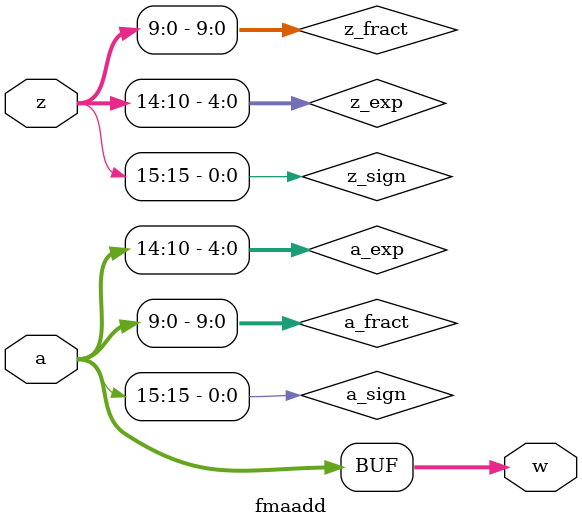
<source format=sv>

module fmaadd(
    input  logic [15:0] a,
    input  logic [15:0] z,
    output logic [15:0] w
);
    logic a_sign, z_sign, w_sign;
    logic [4:0] a_exp, z_exp, w_exp;
    logic [9:0] a_fract, z_fract, w_fract;

    assign {a_sign, a_exp, a_fract} = a;
    assign {z_sign, z_exp, z_fract} = z;

    assign w = {a_sign, a_exp, a_fract};
endmodule
</source>
